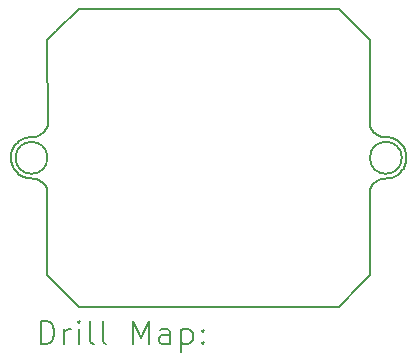
<source format=gbr>
%TF.GenerationSoftware,KiCad,Pcbnew,7.0.7*%
%TF.CreationDate,2023-10-04T16:54:40-06:00*%
%TF.ProjectId,USB_Module,5553425f-4d6f-4647-956c-652e6b696361,rev?*%
%TF.SameCoordinates,Original*%
%TF.FileFunction,Drillmap*%
%TF.FilePolarity,Positive*%
%FSLAX45Y45*%
G04 Gerber Fmt 4.5, Leading zero omitted, Abs format (unit mm)*
G04 Created by KiCad (PCBNEW 7.0.7) date 2023-10-04 16:54:40*
%MOMM*%
%LPD*%
G01*
G04 APERTURE LIST*
%ADD10C,0.150000*%
%ADD11C,0.200000*%
G04 APERTURE END LIST*
D10*
X16082764Y-9759417D02*
X16077351Y-9767824D01*
X12758048Y-9664031D02*
X12758055Y-9674030D01*
X12769873Y-9605507D02*
X12766518Y-9614926D01*
X13061277Y-9416992D02*
X13056267Y-9425644D01*
X16027440Y-9816237D02*
X16018872Y-9821392D01*
X13051925Y-9906564D02*
X13057317Y-9914984D01*
X12855936Y-9826048D02*
X12865036Y-9830192D01*
X12761490Y-9703796D02*
X12763762Y-9713533D01*
X12822337Y-9804504D02*
X12830261Y-9810602D01*
X15842916Y-9462681D02*
X15850975Y-9468598D01*
X16099374Y-9723124D02*
X16096007Y-9732539D01*
X13142980Y-10738920D02*
X13332980Y-10928920D01*
X15915897Y-9492913D02*
X15925861Y-9493746D01*
X15982302Y-9501014D02*
X15991811Y-9504105D01*
X16018872Y-9821392D02*
X16010024Y-9826048D01*
X13030677Y-9456224D02*
X13023044Y-9462681D01*
X16058363Y-9791002D02*
X16051186Y-9797964D01*
X16104470Y-9703796D02*
X16102198Y-9713533D01*
X12830082Y-9527368D02*
X12822165Y-9533476D01*
X12922985Y-9494206D02*
X12913023Y-9495062D01*
D11*
X16067980Y-9668920D02*
G75*
G03*
X16067980Y-9668920I-135000J0D01*
G01*
D10*
X16051349Y-9540026D02*
X16058517Y-9546996D01*
X16000924Y-9830192D02*
X15991603Y-9833809D01*
X15859421Y-9473948D02*
X15868215Y-9478705D01*
X12940099Y-9493746D02*
X12932980Y-9493920D01*
X16035699Y-9810602D02*
X16027440Y-9816237D01*
X12838334Y-9521722D02*
X12830082Y-9527368D01*
X15804683Y-9416992D02*
X15809693Y-9425644D01*
X13067980Y-10663920D02*
X13142980Y-10738920D01*
X13023044Y-9462681D02*
X13014985Y-9468598D01*
X12788609Y-9767824D02*
X12794493Y-9775908D01*
X13014985Y-9468598D02*
X13006539Y-9473948D01*
X12950063Y-9492913D02*
X12940099Y-9493746D01*
X15972417Y-9839419D02*
X15962615Y-9841393D01*
X12962546Y-9847049D02*
X12972251Y-9849451D01*
X12773761Y-9596296D02*
X12769873Y-9605507D01*
X12997745Y-9478705D02*
X12988645Y-9482847D01*
X13008739Y-9865529D02*
X13017061Y-9871070D01*
X13066298Y-9932836D02*
X13067980Y-10663920D01*
X12778169Y-9587321D02*
X12773761Y-9596296D01*
X13044525Y-9441815D02*
X13037849Y-9449258D01*
X15942975Y-9494206D02*
X15952936Y-9495062D01*
X15814035Y-9906564D02*
X15808643Y-9914984D01*
X16092199Y-9596296D02*
X16096087Y-9605507D01*
X12822165Y-9533476D02*
X12814611Y-9540026D01*
X15923205Y-9844277D02*
X15913262Y-9845322D01*
X12893327Y-9498472D02*
X12883657Y-9501014D01*
X16107347Y-9654049D02*
X16107912Y-9664031D01*
X13037849Y-9449258D02*
X13030677Y-9456224D01*
X16010024Y-9826048D02*
X16000924Y-9830192D01*
X12903127Y-9496485D02*
X12893327Y-9498472D01*
X12972251Y-9849451D02*
X12981767Y-9852516D01*
X15833498Y-9883805D02*
X15826492Y-9890937D01*
X15933197Y-9843920D02*
X15933197Y-9843920D01*
X12758055Y-9674030D02*
X12758632Y-9684012D01*
X12847088Y-9821392D02*
X12855936Y-9826048D01*
X15952936Y-9495062D02*
X15962833Y-9496485D01*
X12959945Y-9491399D02*
X12950063Y-9492913D01*
X13050674Y-9433932D02*
X13044525Y-9441815D01*
X16071602Y-9562108D02*
X16077476Y-9570199D01*
D11*
X13067980Y-9668920D02*
G75*
G03*
X13067980Y-9668920I-135000J0D01*
G01*
D10*
X16010223Y-9511889D02*
X16019065Y-9516557D01*
X15821435Y-9441815D02*
X15828111Y-9449258D01*
X12800829Y-9783642D02*
X12807597Y-9791002D01*
X15722980Y-10738920D02*
X15532980Y-10928920D01*
X13045966Y-9898536D02*
X13051925Y-9906564D01*
X15868215Y-9478705D02*
X15877315Y-9482847D01*
X12883870Y-9836888D02*
X12893543Y-9839419D01*
X15850975Y-9468598D02*
X15859421Y-9473948D01*
X16065276Y-9554365D02*
X16071602Y-9562108D01*
X12766586Y-9723124D02*
X12769953Y-9732539D01*
X12814774Y-9797964D02*
X12822337Y-9804504D01*
X15877315Y-9482847D02*
X15886678Y-9486353D01*
X16087791Y-9587321D02*
X16092199Y-9596296D01*
X12783196Y-9759417D02*
X12788609Y-9767824D01*
X15819994Y-9898536D02*
X15814035Y-9906564D01*
X15803845Y-9923755D02*
X15799662Y-9932836D01*
X13006539Y-9473948D02*
X12997745Y-9478705D01*
X15925861Y-9493746D02*
X15932980Y-9493920D01*
X15815286Y-9433932D02*
X15821435Y-9441815D01*
X15982090Y-9836888D02*
X15972417Y-9839419D01*
X15913262Y-9845322D02*
X15903414Y-9847049D01*
X12783081Y-9578612D02*
X12778169Y-9587321D01*
X12838520Y-9816237D02*
X12847088Y-9821392D01*
X13062115Y-9923755D02*
X13066298Y-9932836D01*
X12855737Y-9511889D02*
X12846895Y-9516557D01*
X16065131Y-9783642D02*
X16058363Y-9791002D01*
X13039468Y-9890937D02*
X13045966Y-9898536D01*
X15896260Y-9489208D02*
X15906015Y-9491399D01*
X15972633Y-9498472D02*
X15982302Y-9501014D01*
X16077351Y-9767824D02*
X16071467Y-9775908D01*
X12800684Y-9554365D02*
X12794358Y-9562108D01*
X15796501Y-9398760D02*
X15800278Y-9408017D01*
X15532980Y-8408920D02*
X15352980Y-8408920D01*
X15797980Y-10663920D02*
X15722980Y-10738920D01*
X12903345Y-9841393D02*
X12913243Y-9842804D01*
X13057317Y-9914984D02*
X13062115Y-9923755D01*
X12766518Y-9614926D02*
X12763706Y-9624521D01*
X15952717Y-9842804D02*
X15942754Y-9843647D01*
X16082878Y-9578612D02*
X16087791Y-9587321D01*
X13069459Y-9398760D02*
X13065682Y-9408017D01*
X13065682Y-9408017D02*
X13061277Y-9416992D01*
X16051186Y-9797964D02*
X16043623Y-9804504D01*
X13032462Y-9883805D02*
X13039468Y-9890937D01*
X13056267Y-9425644D02*
X13050674Y-9433932D01*
X12759778Y-9693945D02*
X12761490Y-9703796D01*
X16106213Y-9644114D02*
X16107347Y-9654049D01*
X12794358Y-9562108D02*
X12788484Y-9570199D01*
X15809693Y-9425644D02*
X15815286Y-9433932D01*
X12913023Y-9495062D02*
X12903127Y-9496485D01*
X12988645Y-9482847D02*
X12979282Y-9486353D01*
X12981767Y-9852516D02*
X12991050Y-9856230D01*
X16102198Y-9713533D02*
X16099374Y-9723124D01*
X16096007Y-9732539D02*
X16092107Y-9741746D01*
X12830261Y-9810602D02*
X12838520Y-9816237D01*
X16102254Y-9624521D02*
X16104514Y-9634261D01*
X12761446Y-9634261D02*
X12759747Y-9644114D01*
X15874910Y-9856230D02*
X15865905Y-9860574D01*
X15893709Y-9849451D02*
X15884193Y-9852516D01*
X15857221Y-9865529D02*
X15848899Y-9871070D01*
X12883657Y-9501014D02*
X12874149Y-9504105D01*
X16107328Y-9684012D02*
X16106182Y-9693945D01*
X12773853Y-9741746D02*
X12778272Y-9750715D01*
X12952698Y-9845322D02*
X12962546Y-9847049D01*
X12759747Y-9644114D02*
X12758613Y-9654049D01*
X13069459Y-9398760D02*
X13067980Y-8673920D01*
X16106182Y-9693945D02*
X16104470Y-9703796D01*
X15962615Y-9841393D02*
X15952717Y-9842804D01*
X15800278Y-9408017D02*
X15804683Y-9416992D01*
X15799662Y-9932836D02*
X15797980Y-10663920D01*
X13332980Y-8408920D02*
X15352980Y-8408920D01*
X12794493Y-9775908D02*
X12800829Y-9783642D01*
X12932980Y-9493920D02*
X12922985Y-9494206D01*
X12769953Y-9732539D02*
X12773853Y-9741746D01*
X15848899Y-9871070D02*
X15840979Y-9877172D01*
X12763706Y-9624521D02*
X12761446Y-9634261D01*
X15722980Y-8598920D02*
X15532980Y-8408920D01*
X15796501Y-9398760D02*
X15797980Y-8673920D01*
X15865905Y-9860574D02*
X15857221Y-9865529D01*
X16099442Y-9614926D02*
X16102254Y-9624521D01*
X12807443Y-9546996D02*
X12800684Y-9554365D01*
X12913243Y-9842804D02*
X12923206Y-9843647D01*
X15932980Y-9493920D02*
X15942975Y-9494206D01*
X16035878Y-9527368D02*
X16043795Y-9533476D01*
X12758613Y-9654049D02*
X12758048Y-9664031D01*
X12814611Y-9540026D02*
X12807443Y-9546996D01*
X12778272Y-9750715D02*
X12783196Y-9759417D01*
X13067980Y-8673920D02*
X13142980Y-8598920D01*
X16071467Y-9775908D02*
X16065131Y-9783642D01*
X12865036Y-9830192D02*
X12874357Y-9833809D01*
X15942754Y-9843647D02*
X15933197Y-9843920D01*
X16077476Y-9570199D02*
X16082878Y-9578612D01*
X12893543Y-9839419D02*
X12903345Y-9841393D01*
X15886678Y-9486353D02*
X15896260Y-9489208D01*
X15991811Y-9504105D02*
X16001128Y-9507734D01*
X15532980Y-10928920D02*
X13332980Y-10928920D01*
X16107912Y-9664031D02*
X16107905Y-9674030D01*
X12979282Y-9486353D02*
X12969700Y-9489208D01*
X15884193Y-9852516D02*
X15874910Y-9856230D01*
X16001128Y-9507734D02*
X16010223Y-9511889D01*
X12807597Y-9791002D02*
X12814774Y-9797964D01*
X12932763Y-9843920D02*
X12942755Y-9844277D01*
X16027626Y-9521722D02*
X16035878Y-9527368D01*
X15962833Y-9496485D02*
X15972633Y-9498472D01*
X13142980Y-8598920D02*
X13332980Y-8408920D01*
X15933197Y-9843920D02*
X15923205Y-9844277D01*
X12788484Y-9570199D02*
X12783081Y-9578612D01*
X16058517Y-9546996D02*
X16065276Y-9554365D01*
X12969700Y-9489208D02*
X12959945Y-9491399D01*
X16043795Y-9533476D02*
X16051349Y-9540026D01*
X12846895Y-9516557D02*
X12838334Y-9521722D01*
X16087688Y-9750715D02*
X16082764Y-9759417D01*
X16019065Y-9516557D02*
X16027626Y-9521722D01*
X15835283Y-9456224D02*
X15842916Y-9462681D01*
X12763762Y-9713533D02*
X12766586Y-9723124D01*
X12942755Y-9844277D02*
X12952698Y-9845322D01*
X15991603Y-9833809D02*
X15982090Y-9836888D01*
X15826492Y-9890937D02*
X15819994Y-9898536D01*
X15828111Y-9449258D02*
X15835283Y-9456224D01*
X13017061Y-9871070D02*
X13024981Y-9877172D01*
X15808643Y-9914984D02*
X15803845Y-9923755D01*
X12758632Y-9684012D02*
X12759778Y-9693945D01*
X12874149Y-9504105D02*
X12864832Y-9507734D01*
X16043623Y-9804504D02*
X16035699Y-9810602D01*
X12991050Y-9856230D02*
X13000055Y-9860574D01*
X16104514Y-9634261D02*
X16106213Y-9644114D01*
X13000055Y-9860574D02*
X13008739Y-9865529D01*
X12923206Y-9843647D02*
X12932763Y-9843920D01*
X15906015Y-9491399D02*
X15915897Y-9492913D01*
X15903414Y-9847049D02*
X15893709Y-9849451D01*
X13024981Y-9877172D02*
X13032462Y-9883805D01*
X15797980Y-8673920D02*
X15722980Y-8598920D01*
X16107905Y-9674030D02*
X16107328Y-9684012D01*
X12874357Y-9833809D02*
X12883870Y-9836888D01*
X16092107Y-9741746D02*
X16087688Y-9750715D01*
X15840979Y-9877172D02*
X15833498Y-9883805D01*
X12864832Y-9507734D02*
X12855737Y-9511889D01*
X16096087Y-9605507D02*
X16099442Y-9614926D01*
D11*
X13011325Y-11247904D02*
X13011325Y-11047904D01*
X13011325Y-11047904D02*
X13058944Y-11047904D01*
X13058944Y-11047904D02*
X13087516Y-11057428D01*
X13087516Y-11057428D02*
X13106563Y-11076475D01*
X13106563Y-11076475D02*
X13116087Y-11095523D01*
X13116087Y-11095523D02*
X13125611Y-11133618D01*
X13125611Y-11133618D02*
X13125611Y-11162190D01*
X13125611Y-11162190D02*
X13116087Y-11200285D01*
X13116087Y-11200285D02*
X13106563Y-11219332D01*
X13106563Y-11219332D02*
X13087516Y-11238380D01*
X13087516Y-11238380D02*
X13058944Y-11247904D01*
X13058944Y-11247904D02*
X13011325Y-11247904D01*
X13211325Y-11247904D02*
X13211325Y-11114570D01*
X13211325Y-11152666D02*
X13220849Y-11133618D01*
X13220849Y-11133618D02*
X13230373Y-11124094D01*
X13230373Y-11124094D02*
X13249420Y-11114570D01*
X13249420Y-11114570D02*
X13268468Y-11114570D01*
X13335135Y-11247904D02*
X13335135Y-11114570D01*
X13335135Y-11047904D02*
X13325611Y-11057428D01*
X13325611Y-11057428D02*
X13335135Y-11066951D01*
X13335135Y-11066951D02*
X13344658Y-11057428D01*
X13344658Y-11057428D02*
X13335135Y-11047904D01*
X13335135Y-11047904D02*
X13335135Y-11066951D01*
X13458944Y-11247904D02*
X13439896Y-11238380D01*
X13439896Y-11238380D02*
X13430373Y-11219332D01*
X13430373Y-11219332D02*
X13430373Y-11047904D01*
X13563706Y-11247904D02*
X13544658Y-11238380D01*
X13544658Y-11238380D02*
X13535135Y-11219332D01*
X13535135Y-11219332D02*
X13535135Y-11047904D01*
X13792277Y-11247904D02*
X13792277Y-11047904D01*
X13792277Y-11047904D02*
X13858944Y-11190761D01*
X13858944Y-11190761D02*
X13925611Y-11047904D01*
X13925611Y-11047904D02*
X13925611Y-11247904D01*
X14106563Y-11247904D02*
X14106563Y-11143142D01*
X14106563Y-11143142D02*
X14097039Y-11124094D01*
X14097039Y-11124094D02*
X14077992Y-11114570D01*
X14077992Y-11114570D02*
X14039896Y-11114570D01*
X14039896Y-11114570D02*
X14020849Y-11124094D01*
X14106563Y-11238380D02*
X14087516Y-11247904D01*
X14087516Y-11247904D02*
X14039896Y-11247904D01*
X14039896Y-11247904D02*
X14020849Y-11238380D01*
X14020849Y-11238380D02*
X14011325Y-11219332D01*
X14011325Y-11219332D02*
X14011325Y-11200285D01*
X14011325Y-11200285D02*
X14020849Y-11181237D01*
X14020849Y-11181237D02*
X14039896Y-11171713D01*
X14039896Y-11171713D02*
X14087516Y-11171713D01*
X14087516Y-11171713D02*
X14106563Y-11162190D01*
X14201801Y-11114570D02*
X14201801Y-11314570D01*
X14201801Y-11124094D02*
X14220849Y-11114570D01*
X14220849Y-11114570D02*
X14258944Y-11114570D01*
X14258944Y-11114570D02*
X14277992Y-11124094D01*
X14277992Y-11124094D02*
X14287516Y-11133618D01*
X14287516Y-11133618D02*
X14297039Y-11152666D01*
X14297039Y-11152666D02*
X14297039Y-11209808D01*
X14297039Y-11209808D02*
X14287516Y-11228856D01*
X14287516Y-11228856D02*
X14277992Y-11238380D01*
X14277992Y-11238380D02*
X14258944Y-11247904D01*
X14258944Y-11247904D02*
X14220849Y-11247904D01*
X14220849Y-11247904D02*
X14201801Y-11238380D01*
X14382754Y-11228856D02*
X14392277Y-11238380D01*
X14392277Y-11238380D02*
X14382754Y-11247904D01*
X14382754Y-11247904D02*
X14373230Y-11238380D01*
X14373230Y-11238380D02*
X14382754Y-11228856D01*
X14382754Y-11228856D02*
X14382754Y-11247904D01*
X14382754Y-11124094D02*
X14392277Y-11133618D01*
X14392277Y-11133618D02*
X14382754Y-11143142D01*
X14382754Y-11143142D02*
X14373230Y-11133618D01*
X14373230Y-11133618D02*
X14382754Y-11124094D01*
X14382754Y-11124094D02*
X14382754Y-11143142D01*
M02*

</source>
